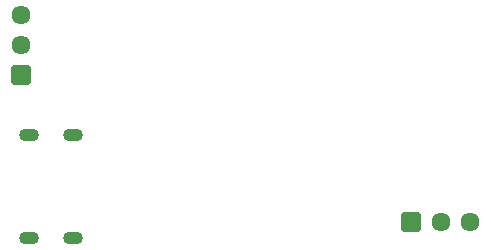
<source format=gbr>
%TF.GenerationSoftware,KiCad,Pcbnew,9.0.1*%
%TF.CreationDate,2025-07-07T08:11:32+05:30*%
%TF.ProjectId,BATTERY_CHARGING,42415454-4552-4595-9f43-48415247494e,rev?*%
%TF.SameCoordinates,Original*%
%TF.FileFunction,Soldermask,Bot*%
%TF.FilePolarity,Negative*%
%FSLAX46Y46*%
G04 Gerber Fmt 4.6, Leading zero omitted, Abs format (unit mm)*
G04 Created by KiCad (PCBNEW 9.0.1) date 2025-07-07 08:11:32*
%MOMM*%
%LPD*%
G01*
G04 APERTURE LIST*
G04 Aperture macros list*
%AMRoundRect*
0 Rectangle with rounded corners*
0 $1 Rounding radius*
0 $2 $3 $4 $5 $6 $7 $8 $9 X,Y pos of 4 corners*
0 Add a 4 corners polygon primitive as box body*
4,1,4,$2,$3,$4,$5,$6,$7,$8,$9,$2,$3,0*
0 Add four circle primitives for the rounded corners*
1,1,$1+$1,$2,$3*
1,1,$1+$1,$4,$5*
1,1,$1+$1,$6,$7*
1,1,$1+$1,$8,$9*
0 Add four rect primitives between the rounded corners*
20,1,$1+$1,$2,$3,$4,$5,0*
20,1,$1+$1,$4,$5,$6,$7,0*
20,1,$1+$1,$6,$7,$8,$9,0*
20,1,$1+$1,$8,$9,$2,$3,0*%
G04 Aperture macros list end*
%ADD10O,1.700000X1.100000*%
%ADD11RoundRect,0.102000X-0.704000X-0.704000X0.704000X-0.704000X0.704000X0.704000X-0.704000X0.704000X0*%
%ADD12C,1.612000*%
%ADD13RoundRect,0.102000X0.704000X-0.704000X0.704000X0.704000X-0.704000X0.704000X-0.704000X-0.704000X0*%
G04 APERTURE END LIST*
D10*
%TO.C,J1*%
X128420000Y-113160000D03*
X124620000Y-113160000D03*
X128420000Y-121800000D03*
X124620000Y-121800000D03*
%TD*%
D11*
%TO.C,SW2*%
X157000000Y-120500000D03*
D12*
X159500000Y-120500000D03*
X162000000Y-120500000D03*
%TD*%
D13*
%TO.C,SW1*%
X124000000Y-108000000D03*
D12*
X124000000Y-105500000D03*
X124000000Y-103000000D03*
%TD*%
M02*

</source>
